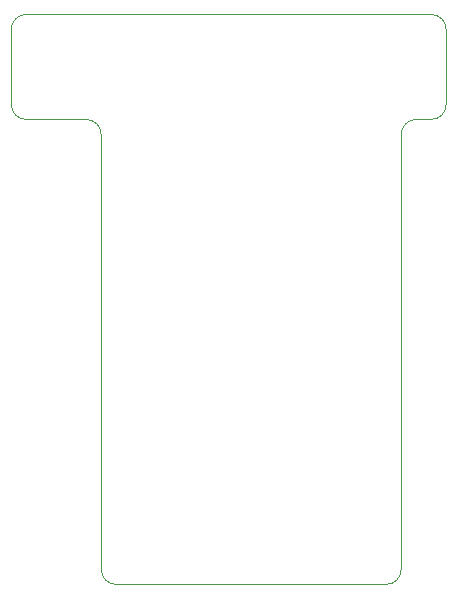
<source format=gm1>
%TF.GenerationSoftware,KiCad,Pcbnew,(5.1.6)-1*%
%TF.CreationDate,2020-09-18T20:45:58-04:00*%
%TF.ProjectId,grbl_adapter,6772626c-5f61-4646-9170-7465722e6b69,rev?*%
%TF.SameCoordinates,Original*%
%TF.FileFunction,Profile,NP*%
%FSLAX46Y46*%
G04 Gerber Fmt 4.6, Leading zero omitted, Abs format (unit mm)*
G04 Created by KiCad (PCBNEW (5.1.6)-1) date 2020-09-18 20:45:58*
%MOMM*%
%LPD*%
G01*
G04 APERTURE LIST*
%TA.AperFunction,Profile*%
%ADD10C,0.050000*%
%TD*%
G04 APERTURE END LIST*
D10*
X124460000Y-81280000D02*
G75*
G02*
X123190000Y-80010000I0J1270000D01*
G01*
X129540000Y-81280000D02*
G75*
G02*
X130810000Y-82550000I0J-1270000D01*
G01*
X132080000Y-120650000D02*
G75*
G02*
X130810000Y-119380000I0J1270000D01*
G01*
X156210000Y-119380000D02*
G75*
G02*
X154940000Y-120650000I-1270000J0D01*
G01*
X156210000Y-82550000D02*
G75*
G02*
X157480000Y-81280000I1270000J0D01*
G01*
X160020000Y-80010000D02*
G75*
G02*
X158750000Y-81280000I-1270000J0D01*
G01*
X160020000Y-80010000D02*
X160020000Y-73660000D01*
X157480000Y-81280000D02*
X158750000Y-81280000D01*
X156210000Y-119380000D02*
X156210000Y-82550000D01*
X132080000Y-120650000D02*
X154940000Y-120650000D01*
X130810000Y-82550000D02*
X130810000Y-119380000D01*
X124460000Y-81280000D02*
X129540000Y-81280000D01*
X123190000Y-73660000D02*
X123190000Y-80010000D01*
X123190000Y-73660000D02*
G75*
G02*
X124460000Y-72390000I1270000J0D01*
G01*
X158750000Y-72390000D02*
G75*
G02*
X160020000Y-73660000I0J-1270000D01*
G01*
X158750000Y-72390000D02*
X124460000Y-72390000D01*
M02*

</source>
